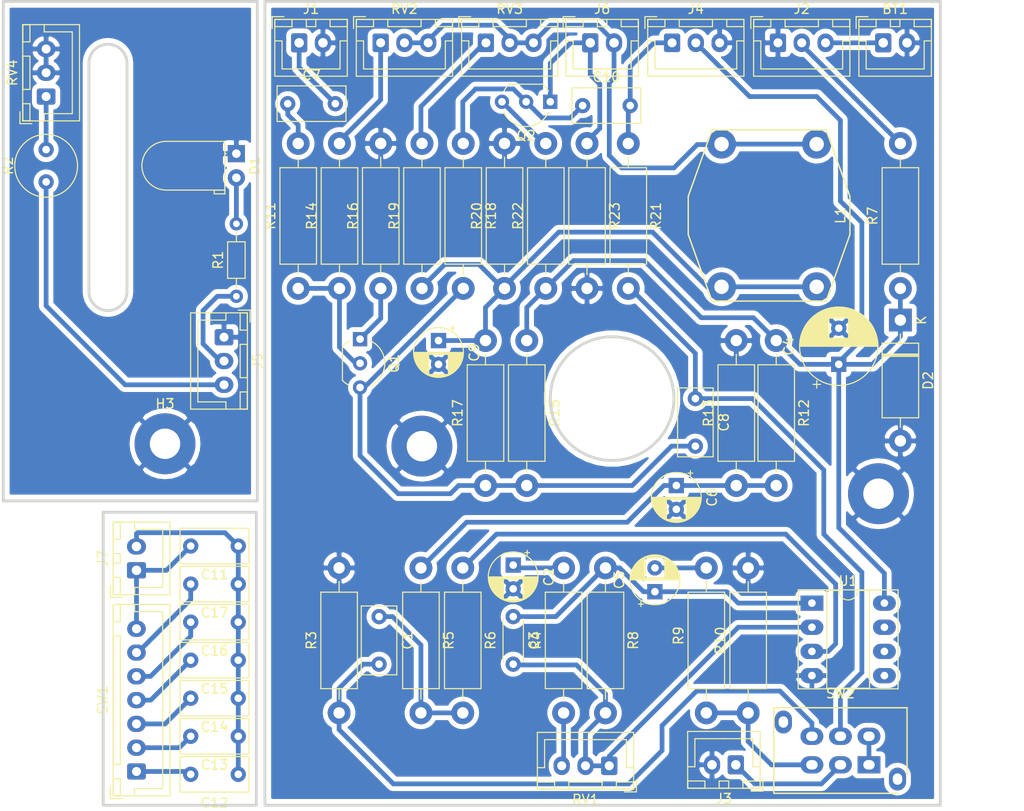
<source format=kicad_pcb>
(kicad_pcb (version 20171130) (host pcbnew "(5.1.5-0-10_14)")
  (layers (0 F.Cu signal) (31 B.Cu signal) (34 B.Paste user) (35 F.Paste user) (36 B.SilkS user) (37 F.SilkS user) (38 B.Mask user) (39 F.Mask user) (44 Edge.Cuts user))
  (net 0 "")
  (net 1 "Net-(D1-Pad2)")
  (net 2 GND)
  (net 3 /OUT)
  (net 4 /IN)
  (net 5 +9V)
  (net 6 /VBAT)
  (net 7 /BOOST_IN)
  (net 8 "Net-(C1-Pad1)")
  (net 9 "Net-(C2-Pad1)")
  (net 10 "Net-(C3-Pad2)")
  (net 11 "Net-(C3-Pad1)")
  (net 12 "Net-(C5-Pad2)")
  (net 13 /VREF)
  (net 14 "Net-(C7-Pad1)")
  (net 15 "Net-(C8-Pad2)")
  (net 16 /WAH_OUT)
  (net 17 "Net-(C9-Pad1)")
  (net 18 "Net-(C10-Pad1)")
  (net 19 /SWEEP_IN)
  (net 20 /SWEEP_OUT)
  (net 21 "Net-(C12-Pad2)")
  (net 22 "Net-(C13-Pad2)")
  (net 23 "Net-(C14-Pad2)")
  (net 24 "Net-(C15-Pad2)")
  (net 25 "Net-(C16-Pad2)")
  (net 26 "Net-(C17-Pad2)")
  (net 27 "Net-(J2-Pad2)")
  (net 28 "Net-(Q1-Pad1)")
  (net 29 "Net-(Q1-Pad2)")
  (net 30 "Net-(Q2-Pad3)")
  (net 31 "Net-(R2-Pad2)")
  (net 32 "Net-(R4-Pad1)")
  (net 33 "Net-(R6-Pad1)")
  (net 34 /BOOST_OUT)
  (net 35 "Net-(R14-Pad2)")
  (net 36 "Net-(R19-Pad2)")
  (net 37 /NO_BOOST)
  (net 38 /LDR_OUT)
  (net 39 /LDR_GND)
  (net 40 /LDR_IN)
  (net 41 /LDR_PWR)
  (net 42 /FROM_SWEEP)
  (net 43 /TO_SWEEP)
  (module Capacitor_THT:C_Disc_D4.3mm_W1.9mm_P5.00mm (layer F.Cu) (at 148.1 103.92 270)
    (fp_text reference C3 (at 2.5 -2.2 90) (layer F.SilkS))
    (fp_text value 47p)
    (pad 2 thru_hole circle (at 5 0 270) (size 1.6 1.6) (drill 0.8) (layers *.Cu *.Mask) (net 10 "Net-(C3-Pad2)"))
    (pad 1 thru_hole circle (at 0 0 270) (size 1.6 1.6) (drill 0.8) (layers *.Cu *.Mask) (net 11 "Net-(C3-Pad1)"))
  )
  (module Stompbox_Parts:SW_PUSH_DPDT_Horizontal (layer F.Cu) (at 182.5 118 180)
    (fp_text reference SW2 (at 0 6) (layer F.SilkS))
    (fp_text value SW_DPDT_x2)
    (pad "" np_thru_hole oval (at 6 3 270) (size 2.4 1.8) (drill oval 1.2 1) (layers *.Cu *.Mask))
    (pad "" np_thru_hole oval (at -6 -3 270) (size 2.4 1.8) (drill oval 1.2 1) (layers *.Cu *.Mask))
    (pad 6 thru_hole oval (at 3 1.5 180) (size 2.4 1.8) (drill oval 1.2 1) (layers *.Cu *.Mask) (net 7 /BOOST_IN))
    (pad 5 thru_hole oval (at 0 1.5 180) (size 2.4 1.8) (drill oval 1.2 1) (layers *.Cu *.Mask) (net 16 /WAH_OUT))
    (pad 4 thru_hole oval (at -3 1.5 180) (size 2.4 1.8) (drill oval 1.2 1) (layers *.Cu *.Mask) (net 37 /NO_BOOST))
    (pad 3 thru_hole oval (at 3 -1.5 180) (size 2.4 1.8) (drill oval 1.2 1) (layers *.Cu *.Mask) (net 34 /BOOST_OUT))
    (pad 2 thru_hole oval (at 0 -1.5 180) (size 2.4 1.8) (drill oval 1.2 1) (layers *.Cu *.Mask) (net 3 /OUT))
    (pad 1 thru_hole rect (at -3 -1.5 180) (size 2.4 1.8) (drill oval 1.2 1) (layers *.Cu *.Mask) (net 37 /NO_BOOST))
  )
  (module Connector_JST:JST_XH_B2B-XH-A_1x02_P2.50mm_Vertical (layer F.Cu) (at 108.5 99.05 90)
    (fp_text reference J7 (at 1.25 -3.55 90) (layer F.SilkS))
    (fp_text value SWEEP)
    (pad 2 thru_hole oval (at 2.5 0 90) (size 1.7 2) (drill 1) (layers *.Cu *.Mask) (net 20 /SWEEP_OUT))
    (pad 1 thru_hole roundrect (at 0 0 90) (size 1.7 2) (drill 1) (layers *.Cu *.Mask) (roundrect_rratio 0.147059) (net 19 /SWEEP_IN))
  )
  (module Connector_JST:JST_XH_B2B-XH-A_1x02_P2.50mm_Vertical (layer F.Cu) (at 156.2 43.6)
    (fp_text reference J6 (at 1.25 -3.55) (layer F.SilkS))
    (fp_text value TO_SWEEP)
    (pad 2 thru_hole oval (at 2.5 0) (size 1.7 2) (drill 1) (layers *.Cu *.Mask) (net 43 /TO_SWEEP))
    (pad 1 thru_hole roundrect (at 0 0) (size 1.7 2) (drill 1) (layers *.Cu *.Mask) (roundrect_rratio 0.147059) (net 42 /FROM_SWEEP))
  )
  (module Capacitor_THT:C_Rect_L7.0mm_W3.5mm_P5.00mm (layer F.Cu) (at 119.2 112.5 180)
    (fp_text reference C14 (at 2.5 -3) (layer F.SilkS))
    (fp_text value 3n9)
    (pad 2 thru_hole circle (at 5 0 180) (size 1.6 1.6) (drill 0.8) (layers *.Cu *.Mask) (net 23 "Net-(C14-Pad2)"))
    (pad 1 thru_hole circle (at 0 0 180) (size 1.6 1.6) (drill 0.8) (layers *.Cu *.Mask) (net 20 /SWEEP_OUT))
  )
  (module Connector_JST:JST_XH_B7B-XH-A_1x07_P2.50mm_Vertical (layer F.Cu) (at 108.5 120.2 90)
    (fp_text reference SW1 (at 7.5 -3.55 90) (layer F.SilkS))
    (fp_text value SW_Rotary2x6)
    (pad 7 thru_hole oval (at 15 0 90) (size 1.7 1.95) (drill 0.95) (layers *.Cu *.Mask) (net 19 /SWEEP_IN))
    (pad 6 thru_hole oval (at 12.5 0 90) (size 1.7 1.95) (drill 0.95) (layers *.Cu *.Mask) (net 26 "Net-(C17-Pad2)"))
    (pad 5 thru_hole oval (at 10 0 90) (size 1.7 1.95) (drill 0.95) (layers *.Cu *.Mask) (net 25 "Net-(C16-Pad2)"))
    (pad 4 thru_hole oval (at 7.5 0 90) (size 1.7 1.95) (drill 0.95) (layers *.Cu *.Mask) (net 24 "Net-(C15-Pad2)"))
    (pad 3 thru_hole oval (at 5 0 90) (size 1.7 1.95) (drill 0.95) (layers *.Cu *.Mask) (net 23 "Net-(C14-Pad2)"))
    (pad 2 thru_hole oval (at 2.5 0 90) (size 1.7 1.95) (drill 0.95) (layers *.Cu *.Mask) (net 22 "Net-(C13-Pad2)"))
    (pad 1 thru_hole roundrect (at 0 0 90) (size 1.7 1.95) (drill 0.95) (layers *.Cu *.Mask) (roundrect_rratio 0.147059) (net 21 "Net-(C12-Pad2)"))
  )
  (module MountingHole:MountingHole_3.2mm_M3_Pad (layer F.Cu) (at 111.5 85.75)
    (fp_text reference H3 (at 0 -4.2) (layer F.SilkS))
    (fp_text value 3mm)
    (pad 1 thru_hole circle (at 0 0) (size 6.4 6.4) (drill 3.2) (layers *.Cu *.Mask) (net 39 /LDR_GND))
  )
  (module MountingHole:MountingHole_3.2mm_M3_Pad (layer F.Cu) (at 138.5 86)
    (fp_text reference H2 hide)
    (fp_text value 3mm)
    (pad 1 thru_hole circle (at 0 0) (size 6.4 6.4) (drill 3.2) (layers *.Cu *.Mask) (net 2 GND))
  )
  (module MountingHole:MountingHole_3.2mm_M3_Pad (layer F.Cu) (at 186.5 91)
    (fp_text reference H1 hide)
    (fp_text value 3mm)
    (pad 1 thru_hole circle (at 0 0) (size 6.4 6.4) (drill 3.2) (layers *.Cu *.Mask) (net 2 GND))
  )
  (module Connector_JST:JST_XH_B3B-XH-A_1x03_P2.50mm_Vertical (layer F.Cu) (at 117.7 74.55 270)
    (fp_text reference J5 (at 2.5 -3.55 90) (layer F.SilkS))
    (fp_text value LDR)
    (pad 3 thru_hole oval (at 5 0 270) (size 1.7 1.95) (drill 0.95) (layers *.Cu *.Mask) (net 40 /LDR_IN))
    (pad 2 thru_hole oval (at 2.5 0 270) (size 1.7 1.95) (drill 0.95) (layers *.Cu *.Mask) (net 41 /LDR_PWR))
    (pad 1 thru_hole roundrect (at 0 0 270) (size 1.7 1.95) (drill 0.95) (layers *.Cu *.Mask) (roundrect_rratio 0.147059) (net 39 /LDR_GND))
  )
  (module Connector_JST:JST_XH_B3B-XH-A_1x03_P2.50mm_Vertical (layer F.Cu) (at 164.8 43.6)
    (fp_text reference J4 (at 2.5 -3.55) (layer F.SilkS))
    (fp_text value TO_LDR)
    (pad 3 thru_hole oval (at 5 0) (size 1.7 1.95) (drill 0.95) (layers *.Cu *.Mask) (net 2 GND))
    (pad 2 thru_hole oval (at 2.5 0) (size 1.7 1.95) (drill 0.95) (layers *.Cu *.Mask) (net 5 +9V))
    (pad 1 thru_hole roundrect (at 0 0) (size 1.7 1.95) (drill 0.95) (layers *.Cu *.Mask) (roundrect_rratio 0.147059) (net 38 /LDR_OUT))
  )
  (module Stompbox_Parts:Inductor_VOX_L1A (layer F.Cu) (at 175 61.75 90)
    (fp_text reference L1 (at 0 7.5 90) (layer F.SilkS))
    (fp_text value 550mH)
    (pad 2 thru_hole circle (at 7.5 5 90) (size 3.048 3.048) (drill 1.524) (layers *.Cu *.Mask) (net 43 /TO_SWEEP))
    (pad 1 thru_hole circle (at -7.5 5 90) (size 3.048 3.048) (drill 1.524) (layers *.Cu *.Mask) (net 17 "Net-(C9-Pad1)"))
    (pad 2 thru_hole circle (at 7.5 -5 90) (size 3.048 3.048) (drill 1.524) (layers *.Cu *.Mask) (net 43 /TO_SWEEP))
    (pad 1 thru_hole circle (at -7.5 -5 90) (size 3.048 3.048) (drill 1.524) (layers *.Cu *.Mask) (net 17 "Net-(C9-Pad1)"))
  )
  (module Package_DIP:DIP-8_W7.62mm_Socket_LongPads (layer F.Cu) (at 179.5 102.5)
    (fp_text reference U1 (at 3.81 -2.33) (layer F.SilkS))
    (fp_text value TL072)
    (pad 8 thru_hole oval (at 7.62 0) (size 2.4 1.6) (drill 0.8) (layers *.Cu *.Mask) (net 5 +9V))
    (pad 4 thru_hole oval (at 0 7.62) (size 2.4 1.6) (drill 0.8) (layers *.Cu *.Mask) (net 2 GND))
    (pad 7 thru_hole oval (at 7.62 2.54) (size 2.4 1.6) (drill 0.8) (layers *.Cu *.Mask))
    (pad 3 thru_hole oval (at 0 5.08) (size 2.4 1.6) (drill 0.8) (layers *.Cu *.Mask) (net 33 "Net-(R6-Pad1)"))
    (pad 6 thru_hole oval (at 7.62 5.08) (size 2.4 1.6) (drill 0.8) (layers *.Cu *.Mask))
    (pad 2 thru_hole oval (at 0 2.54) (size 2.4 1.6) (drill 0.8) (layers *.Cu *.Mask) (net 10 "Net-(C3-Pad2)"))
    (pad 5 thru_hole oval (at 7.62 7.62) (size 2.4 1.6) (drill 0.8) (layers *.Cu *.Mask))
    (pad 1 thru_hole rect (at 0 0) (size 2.4 1.6) (drill 0.8) (layers *.Cu *.Mask) (net 11 "Net-(C3-Pad1)"))
  )
  (module Package_TO_SOT_THT:TO-92_Inline_Wide (layer F.Cu) (at 152 49.8 180)
    (fp_text reference Q2 (at 2.54 -3.56) (layer F.SilkS))
    (fp_text value 2N3904)
    (pad 1 thru_hole rect (at 0 0 270) (size 1.5 1.5) (drill 0.8) (layers *.Cu *.Mask) (net 42 /FROM_SWEEP))
    (pad 3 thru_hole circle (at 5.08 0 270) (size 1.5 1.5) (drill 0.8) (layers *.Cu *.Mask) (net 30 "Net-(Q2-Pad3)"))
    (pad 2 thru_hole circle (at 2.54 0 270) (size 1.5 1.5) (drill 0.8) (layers *.Cu *.Mask) (net 18 "Net-(C10-Pad1)"))
  )
  (module Package_TO_SOT_THT:TO-92_Inline_Wide (layer F.Cu) (at 132 74.75 270)
    (fp_text reference Q1 (at 2.54 -3.56 90) (layer F.SilkS))
    (fp_text value 2N3904)
    (pad 1 thru_hole rect (at 0 0) (size 1.5 1.5) (drill 0.8) (layers *.Cu *.Mask) (net 28 "Net-(Q1-Pad1)"))
    (pad 3 thru_hole circle (at 5.08 0) (size 1.5 1.5) (drill 0.8) (layers *.Cu *.Mask) (net 15 "Net-(C8-Pad2)"))
    (pad 2 thru_hole circle (at 2.54 0) (size 1.5 1.5) (drill 0.8) (layers *.Cu *.Mask) (net 29 "Net-(Q1-Pad2)"))
  )
  (module Resistor_THT:R_Axial_DIN0204_L3.6mm_D1.6mm_P7.62mm_Horizontal (layer F.Cu) (at 119 70.25 90)
    (fp_text reference R1 (at 3.81 -1.92 90) (layer F.SilkS))
    (fp_text value 1K)
    (pad 2 thru_hole oval (at 7.62 0 90) (size 1.4 1.4) (drill 0.7) (layers *.Cu *.Mask) (net 1 "Net-(D1-Pad2)"))
    (pad 1 thru_hole circle (at 0 0 90) (size 1.4 1.4) (drill 0.7) (layers *.Cu *.Mask) (net 41 /LDR_PWR))
  )
  (module Connector_JST:JST_XH_B2B-XH-A_1x02_P2.50mm_Vertical (layer F.Cu) (at 125.6 43.6)
    (fp_text reference J1 (at 1.25 -3.55) (layer F.SilkS))
    (fp_text value IN)
    (pad 2 thru_hole oval (at 2.5 0) (size 1.7 2) (drill 1) (layers *.Cu *.Mask) (net 2 GND))
    (pad 1 thru_hole roundrect (at 0 0) (size 1.7 2) (drill 1) (layers *.Cu *.Mask) (roundrect_rratio 0.147059) (net 4 /IN))
  )
  (module Connector_JST:JST_XH_B3B-XH-A_1x03_P2.50mm_Vertical (layer F.Cu) (at 99 49.25 90)
    (fp_text reference RV4 (at 2.5 -3.55 90) (layer F.SilkS))
    (fp_text value B5k)
    (pad 3 thru_hole oval (at 5 0 90) (size 1.7 1.95) (drill 0.95) (layers *.Cu *.Mask) (net 39 /LDR_GND))
    (pad 2 thru_hole oval (at 2.5 0 90) (size 1.7 1.95) (drill 0.95) (layers *.Cu *.Mask) (net 39 /LDR_GND))
    (pad 1 thru_hole roundrect (at 0 0 90) (size 1.7 1.95) (drill 0.95) (layers *.Cu *.Mask) (roundrect_rratio 0.147059) (net 31 "Net-(R2-Pad2)"))
  )
  (module Connector_JST:JST_XH_B3B-XH-A_1x03_P2.50mm_Vertical (layer F.Cu) (at 145.233332 43.6)
    (fp_text reference RV3 (at 2.5 -3.55) (layer F.SilkS))
    (fp_text value B100k)
    (pad 3 thru_hole oval (at 5 0) (size 1.7 1.95) (drill 0.95) (layers *.Cu *.Mask) (net 43 /TO_SWEEP))
    (pad 2 thru_hole oval (at 2.5 0) (size 1.7 1.95) (drill 0.95) (layers *.Cu *.Mask) (net 43 /TO_SWEEP))
    (pad 1 thru_hole roundrect (at 0 0) (size 1.7 1.95) (drill 0.95) (layers *.Cu *.Mask) (roundrect_rratio 0.147059) (net 36 "Net-(R19-Pad2)"))
  )
  (module Connector_JST:JST_XH_B3B-XH-A_1x03_P2.50mm_Vertical (layer F.Cu) (at 134.166666 43.6)
    (fp_text reference RV2 (at 2.5 -3.55) (layer F.SilkS))
    (fp_text value B1k)
    (pad 3 thru_hole oval (at 5 0) (size 1.7 1.95) (drill 0.95) (layers *.Cu *.Mask) (net 43 /TO_SWEEP))
    (pad 2 thru_hole oval (at 2.5 0) (size 1.7 1.95) (drill 0.95) (layers *.Cu *.Mask) (net 43 /TO_SWEEP))
    (pad 1 thru_hole roundrect (at 0 0) (size 1.7 1.95) (drill 0.95) (layers *.Cu *.Mask) (roundrect_rratio 0.147059) (net 35 "Net-(R14-Pad2)"))
  )
  (module Connector_JST:JST_XH_B3B-XH-A_1x03_P2.50mm_Vertical (layer F.Cu) (at 158.2 119.6 180)
    (fp_text reference RV1 (at 2.5 -3.55) (layer F.SilkS))
    (fp_text value c500k)
    (pad 3 thru_hole oval (at 5 0 180) (size 1.7 1.95) (drill 0.95) (layers *.Cu *.Mask) (net 32 "Net-(R4-Pad1)"))
    (pad 2 thru_hole oval (at 2.5 0 180) (size 1.7 1.95) (drill 0.95) (layers *.Cu *.Mask) (net 10 "Net-(C3-Pad2)"))
    (pad 1 thru_hole roundrect (at 0 0 180) (size 1.7 1.95) (drill 0.95) (layers *.Cu *.Mask) (roundrect_rratio 0.147059) (net 10 "Net-(C3-Pad2)"))
  )
  (module Resistor_THT:R_Axial_DIN0411_L9.9mm_D3.6mm_P15.24mm_Horizontal (layer F.Cu) (at 155.8625 54.18 270)
    (fp_text reference R23 (at 7.62 -2.92 90) (layer F.SilkS))
    (fp_text value 10k)
    (pad 2 thru_hole oval (at 15.24 0 270) (size 2.4 2.4) (drill 1.2) (layers *.Cu *.Mask) (net 2 GND))
    (pad 1 thru_hole circle (at 0 0 270) (size 2.4 2.4) (drill 1.2) (layers *.Cu *.Mask) (net 42 /FROM_SWEEP))
  )
  (module Resistor_THT:R_Axial_DIN0411_L9.9mm_D3.6mm_P15.24mm_Horizontal (layer F.Cu) (at 151.525 69.42 90)
    (fp_text reference R22 (at 7.62 -2.92 90) (layer F.SilkS))
    (fp_text value 1k)
    (pad 2 thru_hole oval (at 15.24 0 90) (size 2.4 2.4) (drill 1.2) (layers *.Cu *.Mask) (net 30 "Net-(Q2-Pad3)"))
    (pad 1 thru_hole circle (at 0 0 90) (size 2.4 2.4) (drill 1.2) (layers *.Cu *.Mask) (net 5 +9V))
  )
  (module Resistor_THT:R_Axial_DIN0411_L9.9mm_D3.6mm_P15.24mm_Horizontal (layer F.Cu) (at 160.2 54.18 270)
    (fp_text reference R21 (at 7.62 -2.92 90) (layer F.SilkS))
    (fp_text value 100k)
    (pad 2 thru_hole oval (at 15.24 0 270) (size 2.4 2.4) (drill 1.2) (layers *.Cu *.Mask) (net 16 /WAH_OUT))
    (pad 1 thru_hole circle (at 0 0 270) (size 2.4 2.4) (drill 1.2) (layers *.Cu *.Mask) (net 38 /LDR_OUT))
  )
  (module Resistor_THT:R_Axial_DIN0411_L9.9mm_D3.6mm_P15.24mm_Horizontal (layer F.Cu) (at 147.1875 69.42 90)
    (fp_text reference R20 (at 7.62 -2.92 90) (layer F.SilkS))
    (fp_text value 82k)
    (pad 2 thru_hole oval (at 15.24 0 90) (size 2.4 2.4) (drill 1.2) (layers *.Cu *.Mask) (net 2 GND))
    (pad 1 thru_hole circle (at 0 0 90) (size 2.4 2.4) (drill 1.2) (layers *.Cu *.Mask) (net 17 "Net-(C9-Pad1)"))
  )
  (module Resistor_THT:R_Axial_DIN0411_L9.9mm_D3.6mm_P15.24mm_Horizontal (layer F.Cu) (at 138.5125 69.42 90)
    (fp_text reference R19 (at 7.62 -2.92 90) (layer F.SilkS))
    (fp_text value 33k)
    (pad 2 thru_hole oval (at 15.24 0 90) (size 2.4 2.4) (drill 1.2) (layers *.Cu *.Mask) (net 36 "Net-(R19-Pad2)"))
    (pad 1 thru_hole circle (at 0 0 90) (size 2.4 2.4) (drill 1.2) (layers *.Cu *.Mask) (net 17 "Net-(C9-Pad1)"))
  )
  (module Resistor_THT:R_Axial_DIN0411_L9.9mm_D3.6mm_P15.24mm_Horizontal (layer F.Cu) (at 142.85 54.18 270)
    (fp_text reference R18 (at 7.62 -2.92 90) (layer F.SilkS))
    (fp_text value 470k)
    (pad 2 thru_hole oval (at 15.24 0 270) (size 2.4 2.4) (drill 1.2) (layers *.Cu *.Mask) (net 15 "Net-(C8-Pad2)"))
    (pad 1 thru_hole circle (at 0 0 270) (size 2.4 2.4) (drill 1.2) (layers *.Cu *.Mask) (net 18 "Net-(C10-Pad1)"))
  )
  (module Resistor_THT:R_Axial_DIN0411_L9.9mm_D3.6mm_P15.24mm_Horizontal (layer F.Cu) (at 145.1875 90.14 90)
    (fp_text reference R17 (at 7.62 -2.92 90) (layer F.SilkS))
    (fp_text value 470k)
    (pad 2 thru_hole oval (at 15.24 0 90) (size 2.4 2.4) (drill 1.2) (layers *.Cu *.Mask) (net 17 "Net-(C9-Pad1)"))
    (pad 1 thru_hole circle (at 0 0 90) (size 2.4 2.4) (drill 1.2) (layers *.Cu *.Mask) (net 15 "Net-(C8-Pad2)"))
  )
  (module Resistor_THT:R_Axial_DIN0411_L9.9mm_D3.6mm_P15.24mm_Horizontal (layer F.Cu) (at 134.175 69.42 90)
    (fp_text reference R16 (at 7.62 -2.92 90) (layer F.SilkS))
    (fp_text value 470)
    (pad 2 thru_hole oval (at 15.24 0 90) (size 2.4 2.4) (drill 1.2) (layers *.Cu *.Mask) (net 2 GND))
    (pad 1 thru_hole circle (at 0 0 90) (size 2.4 2.4) (drill 1.2) (layers *.Cu *.Mask) (net 28 "Net-(Q1-Pad1)"))
  )
  (module Resistor_THT:R_Axial_DIN0411_L9.9mm_D3.6mm_P15.24mm_Horizontal (layer F.Cu) (at 149.525 74.9 270)
    (fp_text reference R15 (at 7.62 -2.92 90) (layer F.SilkS))
    (fp_text value 22k)
    (pad 2 thru_hole oval (at 15.24 0 270) (size 2.4 2.4) (drill 1.2) (layers *.Cu *.Mask) (net 15 "Net-(C8-Pad2)"))
    (pad 1 thru_hole circle (at 0 0 270) (size 2.4 2.4) (drill 1.2) (layers *.Cu *.Mask) (net 5 +9V))
  )
  (module Resistor_THT:R_Axial_DIN0411_L9.9mm_D3.6mm_P15.24mm_Horizontal (layer F.Cu) (at 129.8375 69.42 90)
    (fp_text reference R14 (at 7.62 -2.92 90) (layer F.SilkS))
    (fp_text value 1k5)
    (pad 2 thru_hole oval (at 15.24 0 90) (size 2.4 2.4) (drill 1.2) (layers *.Cu *.Mask) (net 35 "Net-(R14-Pad2)"))
    (pad 1 thru_hole circle (at 0 0 90) (size 2.4 2.4) (drill 1.2) (layers *.Cu *.Mask) (net 29 "Net-(Q1-Pad2)"))
  )
  (module Resistor_THT:R_Axial_DIN0411_L9.9mm_D3.6mm_P15.24mm_Horizontal (layer F.Cu) (at 171.55 90.14 90)
    (fp_text reference R13 (at 7.62 -2.92 90) (layer F.SilkS))
    (fp_text value 100k)
    (pad 2 thru_hole oval (at 15.24 0 90) (size 2.4 2.4) (drill 1.2) (layers *.Cu *.Mask) (net 2 GND))
    (pad 1 thru_hole circle (at 0 0 90) (size 2.4 2.4) (drill 1.2) (layers *.Cu *.Mask) (net 13 /VREF))
  )
  (module Resistor_THT:R_Axial_DIN0411_L9.9mm_D3.6mm_P15.24mm_Horizontal (layer F.Cu) (at 175.75 74.9 270)
    (fp_text reference R12 (at 7.62 -2.92 90) (layer F.SilkS))
    (fp_text value 100k)
    (pad 2 thru_hole oval (at 15.24 0 270) (size 2.4 2.4) (drill 1.2) (layers *.Cu *.Mask) (net 13 /VREF))
    (pad 1 thru_hole circle (at 0 0 270) (size 2.4 2.4) (drill 1.2) (layers *.Cu *.Mask) (net 5 +9V))
  )
  (module Resistor_THT:R_Axial_DIN0411_L9.9mm_D3.6mm_P15.24mm_Horizontal (layer F.Cu) (at 125.5 69.42 90)
    (fp_text reference R11 (at 7.62 -2.92 90) (layer F.SilkS))
    (fp_text value 47k)
    (pad 2 thru_hole oval (at 15.24 0 90) (size 2.4 2.4) (drill 1.2) (layers *.Cu *.Mask) (net 14 "Net-(C7-Pad1)"))
    (pad 1 thru_hole circle (at 0 0 90) (size 2.4 2.4) (drill 1.2) (layers *.Cu *.Mask) (net 29 "Net-(Q1-Pad2)"))
  )
  (module Resistor_THT:R_Axial_DIN0411_L9.9mm_D3.6mm_P15.24mm_Horizontal (layer F.Cu) (at 172.8 114.04 90)
    (fp_text reference R10 (at 7.62 -2.92 90) (layer F.SilkS))
    (fp_text value 10k)
    (pad 2 thru_hole oval (at 15.24 0 90) (size 2.4 2.4) (drill 1.2) (layers *.Cu *.Mask) (net 2 GND))
    (pad 1 thru_hole circle (at 0 0 90) (size 2.4 2.4) (drill 1.2) (layers *.Cu *.Mask) (net 34 /BOOST_OUT))
  )
  (module Resistor_THT:R_Axial_DIN0411_L9.9mm_D3.6mm_P15.24mm_Horizontal (layer F.Cu) (at 168.4 114.04 90)
    (fp_text reference R9 (at 8.12 -2.92 90) (layer F.SilkS))
    (fp_text value 470)
    (pad 2 thru_hole oval (at 15.24 0 90) (size 2.4 2.4) (drill 1.2) (layers *.Cu *.Mask) (net 12 "Net-(C5-Pad2)"))
    (pad 1 thru_hole circle (at 0 0 90) (size 2.4 2.4) (drill 1.2) (layers *.Cu *.Mask) (net 34 /BOOST_OUT))
  )
  (module Resistor_THT:R_Axial_DIN0411_L9.9mm_D3.6mm_P15.24mm_Horizontal (layer F.Cu) (at 157.8 98.8 270)
    (fp_text reference R8 (at 7.62 -2.92 90) (layer F.SilkS))
    (fp_text value 56k)
    (pad 2 thru_hole oval (at 15.24 0 270) (size 2.4 2.4) (drill 1.2) (layers *.Cu *.Mask) (net 10 "Net-(C3-Pad2)"))
    (pad 1 thru_hole circle (at 0 0 270) (size 2.4 2.4) (drill 1.2) (layers *.Cu *.Mask) (net 11 "Net-(C3-Pad1)"))
  )
  (module Resistor_THT:R_Axial_DIN0411_L9.9mm_D3.6mm_P15.24mm_Horizontal (layer F.Cu) (at 188.8 69.42 90)
    (fp_text reference R7 (at 7.62 -2.92 90) (layer F.SilkS))
    (fp_text value 1k)
    (pad 2 thru_hole oval (at 15.24 0 90) (size 2.4 2.4) (drill 1.2) (layers *.Cu *.Mask) (net 27 "Net-(J2-Pad2)"))
    (pad 1 thru_hole circle (at 0 0 90) (size 2.4 2.4) (drill 1.2) (layers *.Cu *.Mask) (net 5 +9V))
  )
  (module Resistor_THT:R_Axial_DIN0411_L9.9mm_D3.6mm_P15.24mm_Horizontal (layer F.Cu) (at 142.8 98.8 270)
    (fp_text reference R6 (at 7.62 -2.92 90) (layer F.SilkS))
    (fp_text value 1k)
    (pad 2 thru_hole oval (at 15.24 0 270) (size 2.4 2.4) (drill 1.2) (layers *.Cu *.Mask) (net 8 "Net-(C1-Pad1)"))
    (pad 1 thru_hole circle (at 0 0 270) (size 2.4 2.4) (drill 1.2) (layers *.Cu *.Mask) (net 33 "Net-(R6-Pad1)"))
  )
  (module Resistor_THT:R_Axial_DIN0411_L9.9mm_D3.6mm_P15.24mm_Horizontal (layer F.Cu) (at 138.4 98.8 270)
    (fp_text reference R5 (at 7.62 -2.92 90) (layer F.SilkS))
    (fp_text value 1OM)
    (pad 2 thru_hole oval (at 15.24 0 270) (size 2.4 2.4) (drill 1.2) (layers *.Cu *.Mask) (net 8 "Net-(C1-Pad1)"))
    (pad 1 thru_hole circle (at 0 0 270) (size 2.4 2.4) (drill 1.2) (layers *.Cu *.Mask) (net 13 /VREF))
  )
  (module Resistor_THT:R_Axial_DIN0411_L9.9mm_D3.6mm_P15.24mm_Horizontal (layer F.Cu) (at 153.4 114.04 90)
    (fp_text reference R4 (at 7.62 -2.92 90) (layer F.SilkS))
    (fp_text value 2k7)
    (pad 2 thru_hole oval (at 15.24 0 90) (size 2.4 2.4) (drill 1.2) (layers *.Cu *.Mask) (net 9 "Net-(C2-Pad1)"))
    (pad 1 thru_hole circle (at 0 0 90) (size 2.4 2.4) (drill 1.2) (layers *.Cu *.Mask) (net 32 "Net-(R4-Pad1)"))
  )
  (module Resistor_THT:R_Axial_DIN0411_L9.9mm_D3.6mm_P15.24mm_Horizontal (layer F.Cu) (at 129.8 114.04 90)
    (fp_text reference R3 (at 7.62 -2.92 90) (layer F.SilkS))
    (fp_text value 20M)
    (pad 2 thru_hole oval (at 15.24 0 90) (size 2.4 2.4) (drill 1.2) (layers *.Cu *.Mask) (net 2 GND))
    (pad 1 thru_hole circle (at 0 0 90) (size 2.4 2.4) (drill 1.2) (layers *.Cu *.Mask) (net 7 /BOOST_IN))
  )
  (module Connector_JST:JST_XH_B2B-XH-A_1x02_P2.50mm_Vertical (layer F.Cu) (at 171.5 119.5 180)
    (fp_text reference J3 (at 1.25 -3.55) (layer F.SilkS))
    (fp_text value OUT)
    (pad 2 thru_hole oval (at 2.5 0 180) (size 1.7 2) (drill 1) (layers *.Cu *.Mask) (net 2 GND))
    (pad 1 thru_hole roundrect (at 0 0 180) (size 1.7 2) (drill 1) (layers *.Cu *.Mask) (roundrect_rratio 0.147059) (net 3 /OUT))
  )
  (module Connector_JST:JST_XH_B3B-XH-A_1x03_P2.50mm_Vertical (layer F.Cu) (at 175.93333 43.6)
    (fp_text reference J2 (at 2.5 -3.55) (layer F.SilkS))
    (fp_text value PWR)
    (pad 3 thru_hole oval (at 5 0) (size 1.7 1.95) (drill 0.95) (layers *.Cu *.Mask) (net 6 /VBAT))
    (pad 2 thru_hole oval (at 2.5 0) (size 1.7 1.95) (drill 0.95) (layers *.Cu *.Mask) (net 27 "Net-(J2-Pad2)"))
    (pad 1 thru_hole roundrect (at 0 0) (size 1.7 1.95) (drill 0.95) (layers *.Cu *.Mask) (roundrect_rratio 0.147059) (net 2 GND))
  )
  (module Diode_THT:D_DO-15_P12.70mm_Horizontal (layer F.Cu) (at 188.8 72.75 270)
    (fp_text reference D2 (at 6.35 -2.92 90) (layer F.SilkS))
    (fp_text value 1n4001)
    (fp_text user K (at 0 -2.2 90) (layer F.SilkS))
    (pad 2 thru_hole oval (at 12.7 0 270) (size 2.4 2.4) (drill 1.2) (layers *.Cu *.Mask) (net 2 GND))
    (pad 1 thru_hole rect (at 0 0 270) (size 2.4 2.4) (drill 1.2) (layers *.Cu *.Mask) (net 5 +9V))
  )
  (module Capacitor_THT:C_Rect_L7.0mm_W3.5mm_P5.00mm (layer F.Cu) (at 119.2 100.5 180)
    (fp_text reference C17 (at 2.5 -3) (layer F.SilkS))
    (fp_text value 27n)
    (pad 2 thru_hole circle (at 5 0 180) (size 1.6 1.6) (drill 0.8) (layers *.Cu *.Mask) (net 26 "Net-(C17-Pad2)"))
    (pad 1 thru_hole circle (at 0 0 180) (size 1.6 1.6) (drill 0.8) (layers *.Cu *.Mask) (net 20 /SWEEP_OUT))
  )
  (module Capacitor_THT:C_Rect_L7.0mm_W3.5mm_P5.00mm (layer F.Cu) (at 119.2 104.5 180)
    (fp_text reference C16 (at 2.5 -3) (layer F.SilkS))
    (fp_text value 15n)
    (pad 2 thru_hole circle (at 5 0 180) (size 1.6 1.6) (drill 0.8) (layers *.Cu *.Mask) (net 25 "Net-(C16-Pad2)"))
    (pad 1 thru_hole circle (at 0 0 180) (size 1.6 1.6) (drill 0.8) (layers *.Cu *.Mask) (net 20 /SWEEP_OUT))
  )
  (module Capacitor_THT:C_Rect_L7.0mm_W3.5mm_P5.00mm (layer F.Cu) (at 119.2 108.5 180)
    (fp_text reference C15 (at 2.5 -3) (layer F.SilkS))
    (fp_text value 6n8)
    (pad 2 thru_hole circle (at 5 0 180) (size 1.6 1.6) (drill 0.8) (layers *.Cu *.Mask) (net 24 "Net-(C15-Pad2)"))
    (pad 1 thru_hole circle (at 0 0 180) (size 1.6 1.6) (drill 0.8) (layers *.Cu *.Mask) (net 20 /SWEEP_OUT))
  )
  (module Capacitor_THT:C_Rect_L7.0mm_W3.5mm_P5.00mm (layer F.Cu) (at 119.2 116.5 180)
    (fp_text reference C13 (at 2.5 -3) (layer F.SilkS))
    (fp_text value 1n8)
    (pad 2 thru_hole circle (at 5 0 180) (size 1.6 1.6) (drill 0.8) (layers *.Cu *.Mask) (net 22 "Net-(C13-Pad2)"))
    (pad 1 thru_hole circle (at 0 0 180) (size 1.6 1.6) (drill 0.8) (layers *.Cu *.Mask) (net 20 /SWEEP_OUT))
  )
  (module Capacitor_THT:C_Rect_L7.0mm_W3.5mm_P5.00mm (layer F.Cu) (at 119.2 120.5 180)
    (fp_text reference C12 (at 2.5 -3) (layer F.SilkS))
    (fp_text value 10n)
    (pad 2 thru_hole circle (at 5 0 180) (size 1.6 1.6) (drill 0.8) (layers *.Cu *.Mask) (net 21 "Net-(C12-Pad2)"))
    (pad 1 thru_hole circle (at 0 0 180) (size 1.6 1.6) (drill 0.8) (layers *.Cu *.Mask) (net 20 /SWEEP_OUT))
  )
  (module Capacitor_THT:C_Rect_L7.0mm_W3.5mm_P5.00mm (layer F.Cu) (at 119.2 96.5 180)
    (fp_text reference C11 (at 2.5 -3) (layer F.SilkS))
    (fp_text value 1n2)
    (pad 2 thru_hole circle (at 5 0 180) (size 1.6 1.6) (drill 0.8) (layers *.Cu *.Mask) (net 19 /SWEEP_IN))
    (pad 1 thru_hole circle (at 0 0 180) (size 1.6 1.6) (drill 0.8) (layers *.Cu *.Mask) (net 20 /SWEEP_OUT))
  )
  (module Capacitor_THT:C_Rect_L7.0mm_W3.5mm_P5.00mm (layer F.Cu) (at 155.4 50.2)
    (fp_text reference C10 (at 2.5 -3) (layer F.SilkS))
    (fp_text value 220n)
    (pad 2 thru_hole circle (at 5 0) (size 1.6 1.6) (drill 0.8) (layers *.Cu *.Mask) (net 38 /LDR_OUT))
    (pad 1 thru_hole circle (at 0 0) (size 1.6 1.6) (drill 0.8) (layers *.Cu *.Mask) (net 18 "Net-(C10-Pad1)"))
  )
  (module Capacitor_THT:CP_Radial_D5.0mm_P2.50mm (layer F.Cu) (at 140.25 74.9 270)
    (fp_text reference C9 (at 1.25 -3.75 90) (layer F.SilkS))
    (fp_text value 4u7)
    (pad 2 thru_hole circle (at 2.5 0 270) (size 1.6 1.6) (drill 0.8) (layers *.Cu *.Mask) (net 2 GND))
    (pad 1 thru_hole rect (at 0 0 270) (size 1.6 1.6) (drill 0.8) (layers *.Cu *.Mask) (net 17 "Net-(C9-Pad1)"))
  )
  (module Capacitor_THT:C_Rect_L7.0mm_W3.5mm_P5.00mm (layer F.Cu) (at 167.25 81 270)
    (fp_text reference C8 (at 2.5 -3 90) (layer F.SilkS))
    (fp_text value 220n)
    (pad 2 thru_hole circle (at 5 0 270) (size 1.6 1.6) (drill 0.8) (layers *.Cu *.Mask) (net 15 "Net-(C8-Pad2)"))
    (pad 1 thru_hole circle (at 0 0 270) (size 1.6 1.6) (drill 0.8) (layers *.Cu *.Mask) (net 16 /WAH_OUT))
  )
  (module Capacitor_THT:C_Rect_L7.0mm_W3.5mm_P5.00mm (layer F.Cu) (at 124.4 50)
    (fp_text reference C7 (at 2.5 -3) (layer F.SilkS))
    (fp_text value 10n)
    (pad 2 thru_hole circle (at 5 0) (size 1.6 1.6) (drill 0.8) (layers *.Cu *.Mask) (net 4 /IN))
    (pad 1 thru_hole circle (at 0 0) (size 1.6 1.6) (drill 0.8) (layers *.Cu *.Mask) (net 14 "Net-(C7-Pad1)"))
  )
  (module Capacitor_THT:CP_Radial_D5.0mm_P2.50mm (layer F.Cu) (at 165.25 90.14 270)
    (fp_text reference C6 (at 1.25 -3.75 90) (layer F.SilkS))
    (fp_text value 1u)
    (pad 2 thru_hole circle (at 2.5 0 270) (size 1.6 1.6) (drill 0.8) (layers *.Cu *.Mask) (net 2 GND))
    (pad 1 thru_hole rect (at 0 0 270) (size 1.6 1.6) (drill 0.8) (layers *.Cu *.Mask) (net 13 /VREF))
  )
  (module Capacitor_THT:CP_Radial_D5.0mm_P2.50mm (layer F.Cu) (at 163 101.3 90)
    (fp_text reference C5 (at 1.25 -3.75 90) (layer F.SilkS))
    (fp_text value 22u)
    (pad 2 thru_hole circle (at 2.5 0 90) (size 1.6 1.6) (drill 0.8) (layers *.Cu *.Mask) (net 12 "Net-(C5-Pad2)"))
    (pad 1 thru_hole rect (at 0 0 90) (size 1.6 1.6) (drill 0.8) (layers *.Cu *.Mask) (net 11 "Net-(C3-Pad1)"))
  )
  (module Capacitor_THT:CP_Radial_D8.0mm_P3.80mm (layer F.Cu) (at 182.325 77.4 90)
    (fp_text reference C4 (at 1.9 -5.25 90) (layer F.SilkS))
    (fp_text value 100u)
    (pad 2 thru_hole circle (at 3.8 0 90) (size 1.6 1.6) (drill 0.8) (layers *.Cu *.Mask) (net 2 GND))
    (pad 1 thru_hole rect (at 0 0 90) (size 1.6 1.6) (drill 0.8) (layers *.Cu *.Mask) (net 5 +9V))
  )
  (module Capacitor_THT:CP_Radial_D5.0mm_P2.50mm (layer F.Cu) (at 148.1 98.5 270)
    (fp_text reference C2 (at 1.25 -3.75 90) (layer F.SilkS))
    (fp_text value 4u7)
    (pad 2 thru_hole circle (at 2.5 0 270) (size 1.6 1.6) (drill 0.8) (layers *.Cu *.Mask) (net 2 GND))
    (pad 1 thru_hole rect (at 0 0 270) (size 1.6 1.6) (drill 0.8) (layers *.Cu *.Mask) (net 9 "Net-(C2-Pad1)"))
  )
  (module Capacitor_THT:C_Rect_L7.0mm_W3.5mm_P5.00mm (layer F.Cu) (at 134 103.92 270)
    (fp_text reference C1 (at 2.5 -3 90) (layer F.SilkS))
    (fp_text value 100n)
    (pad 2 thru_hole circle (at 5 0 270) (size 1.6 1.6) (drill 0.8) (layers *.Cu *.Mask) (net 7 /BOOST_IN))
    (pad 1 thru_hole circle (at 0 0 270) (size 1.6 1.6) (drill 0.8) (layers *.Cu *.Mask) (net 8 "Net-(C1-Pad1)"))
  )
  (module Connector_JST:JST_XH_B2B-XH-A_1x02_P2.50mm_Vertical (layer F.Cu) (at 187 43.6)
    (fp_text reference BT1 (at 1.25 -3.55) (layer F.SilkS))
    (fp_text value BATT)
    (pad 2 thru_hole oval (at 2.5 0) (size 1.7 2) (drill 1) (layers *.Cu *.Mask) (net 2 GND))
    (pad 1 thru_hole roundrect (at 0 0) (size 1.7 2) (drill 1) (layers *.Cu *.Mask) (roundrect_rratio 0.147059) (net 6 /VBAT))
  )
  (module OptoDevice:R_LDR_D6.4mm_P3.4mm_Vertical (layer F.Cu) (at 99 58.225 90)
    (fp_text reference R2 (at 1.7 -4 90) (layer F.SilkS))
    (fp_text value A1050)
    (pad 2 thru_hole circle (at 3.4 0 90) (size 1.6 1.6) (drill 0.8) (layers *.Cu *.Mask) (net 31 "Net-(R2-Pad2)"))
    (pad 1 thru_hole circle (at 0 0 90) (size 1.6 1.6) (drill 0.8) (layers *.Cu *.Mask) (net 40 /LDR_IN))
  )
  (module LED_THT:LED_D5.0mm_Horizontal_O1.27mm_Z3.0mm (layer F.Cu) (at 119 55.25 270)
    (fp_text reference D1 (at 1.27 -1.96 90) (layer F.SilkS))
    (fp_text value LED)
    (pad 2 thru_hole circle (at 2.54 0 270) (size 1.8 1.8) (drill 0.9) (layers *.Cu *.Mask) (net 1 "Net-(D1-Pad2)"))
    (pad 1 thru_hole rect (at 0 0 270) (size 1.8 1.8) (drill 0.9) (layers *.Cu *.Mask) (net 39 /LDR_GND))
  )
  (gr_line (start 121.1 123.75) (end 105 123.75) (layer Edge.Cuts) (width 0.3))
  (gr_line (start 121.1 92.95) (end 121.1 123.75) (layer Edge.Cuts) (width 0.3))
  (gr_line (start 105 92.95) (end 121.1 92.95) (layer Edge.Cuts) (width 0.3))
  (gr_line (start 105 123.75) (end 105 92.95) (layer Edge.Cuts) (width 0.3))
  (gr_line (start 121.2 91.75) (end 94.5 91.75) (layer Edge.Cuts) (width 0.3))
  (gr_arc (start 105.5 69.75) (end 103.5 69.75) (angle -180) (layer Edge.Cuts) (width 0.3))
  (gr_arc (start 105.5 45.75) (end 107.5 45.75) (angle -180) (layer Edge.Cuts) (width 0.3))
  (gr_line (start 122 39.25) (end 193 39.25) (layer Edge.Cuts) (width 0.3))
  (gr_circle (center 158.5 81) (end 165 81) (layer Edge.Cuts) (width 0.3))
  (gr_line (start 193 123.75) (end 193 39.25) (layer Edge.Cuts) (width 0.3))
  (gr_line (start 122 123.75) (end 193 123.75) (layer Edge.Cuts) (width 0.3))
  (gr_line (start 122 39.25) (end 122 123.75) (layer Edge.Cuts) (width 0.3))
  (gr_line (start 121.2 39.25) (end 94.5 39.25) (layer Edge.Cuts) (width 0.3))
  (gr_line (start 94.5 91.75) (end 94.5 39.25) (layer Edge.Cuts) (width 0.3))
  (gr_line (start 103.5 45.75) (end 103.5 69.75) (layer Edge.Cuts) (width 0.3))
  (gr_line (start 121.2 39.25) (end 121.2 91.75) (layer Edge.Cuts) (width 0.3))
  (gr_line (start 107.5 69.75) (end 107.5 45.75) (layer Edge.Cuts) (width 0.3))
  (segment (start 119 62.63) (end 119 57.79) (width 0.5) (layer B.Cu) (net 1))
  (segment (start 180.5 121.5) (end 181 121) (width 0.5) (layer B.Cu) (net 3))
  (segment (start 181 121) (end 182.5 119.5) (width 0.5) (layer B.Cu) (net 3))
  (segment (start 173.5 121.5) (end 180.5 121.5) (width 0.5) (layer B.Cu) (net 3))
  (segment (start 171.5 119.5) (end 173.5 121.5) (width 0.5) (layer B.Cu) (net 3))
  (segment (start 125.6 46.2) (end 129.4 50) (width 0.5) (layer B.Cu) (net 4))
  (segment (start 125.6 43.6) (end 125.6 46.2) (width 0.5) (layer B.Cu) (net 4))
  (segment (start 149.525 71.42) (end 149.525 74.9) (width 0.5) (layer B.Cu) (net 5))
  (segment (start 151.525 69.42) (end 149.525 71.42) (width 0.5) (layer B.Cu) (net 5))
  (segment (start 167.875 72.5) (end 173.35 72.5) (width 0.5) (layer B.Cu) (net 5))
  (segment (start 161.875 66.5) (end 167.875 72.5) (width 0.5) (layer B.Cu) (net 5))
  (segment (start 173.35 72.5) (end 175.75 74.9) (width 0.5) (layer B.Cu) (net 5))
  (segment (start 154.445 66.5) (end 161.875 66.5) (width 0.5) (layer B.Cu) (net 5))
  (segment (start 151.525 69.42) (end 154.445 66.5) (width 0.5) (layer B.Cu) (net 5))
  (segment (start 178.25 77.4) (end 175.75 74.9) (width 0.5) (layer B.Cu) (net 5))
  (segment (start 182.325 77.4) (end 178.25 77.4) (width 0.5) (layer B.Cu) (net 5))
  (segment (start 188.8 74.45) (end 188.8 72.75) (width 0.5) (layer B.Cu) (net 5))
  (segment (start 185.85 77.4) (end 188.8 74.45) (width 0.5) (layer B.Cu) (net 5))
  (segment (start 182.325 77.4) (end 185.85 77.4) (width 0.5) (layer B.Cu) (net 5))
  (segment (start 188.8 69.42) (end 188.8 72.75) (width 0.5) (layer B.Cu) (net 5))
  (segment (start 182.325 94.575) (end 182.325 77.4) (width 0.5) (layer B.Cu) (net 5))
  (segment (start 187.12 99.37) (end 182.325 94.575) (width 0.5) (layer B.Cu) (net 5))
  (segment (start 187.12 102.5) (end 187.12 99.37) (width 0.5) (layer B.Cu) (net 5))
  (segment (start 182.325 77.175) (end 182.325 77.4) (width 0.5) (layer B.Cu) (net 5))
  (segment (start 184.75 74.75) (end 182.325 77.175) (width 0.5) (layer B.Cu) (net 5))
  (segment (start 180 49.25) (end 182.5 51.75) (width 0.5) (layer B.Cu) (net 5))
  (segment (start 182.5 51.75) (end 182.5 60.25) (width 0.5) (layer B.Cu) (net 5))
  (segment (start 182.5 60.25) (end 184.75 62.5) (width 0.5) (layer B.Cu) (net 5))
  (segment (start 172.95 49.25) (end 180 49.25) (width 0.5) (layer B.Cu) (net 5))
  (segment (start 184.75 62.5) (end 184.75 74.75) (width 0.5) (layer B.Cu) (net 5))
  (segment (start 167.3 43.6) (end 172.95 49.25) (width 0.5) (layer B.Cu) (net 5))
  (segment (start 180.93333 43.6) (end 187 43.6) (width 0.5) (layer B.Cu) (net 6))
  (segment (start 132.33 108.92) (end 134 108.92) (width 0.5) (layer B.Cu) (net 7))
  (segment (start 129.8 111.45) (end 132.33 108.92) (width 0.5) (layer B.Cu) (net 7))
  (segment (start 129.8 114.04) (end 129.8 111.45) (width 0.5) (layer B.Cu) (net 7))
  (segment (start 176.15 111.75) (end 179.5 115.1) (width 0.5) (layer B.Cu) (net 7))
  (segment (start 179.5 115.1) (end 179.5 116.5) (width 0.5) (layer B.Cu) (net 7))
  (segment (start 167.375 111.75) (end 176.15 111.75) (width 0.5) (layer B.Cu) (net 7))
  (segment (start 163.75 115.375) (end 167.375 111.75) (width 0.5) (layer B.Cu) (net 7))
  (segment (start 160.25 121.5) (end 163.75 118) (width 0.5) (layer B.Cu) (net 7))
  (segment (start 135.5 121.5) (end 160.25 121.5) (width 0.5) (layer B.Cu) (net 7))
  (segment (start 163.75 118) (end 163.75 115.375) (width 0.5) (layer B.Cu) (net 7))
  (segment (start 129.8 115.8) (end 135.5 121.5) (width 0.5) (layer B.Cu) (net 7))
  (segment (start 129.8 114.04) (end 129.8 115.8) (width 0.5) (layer B.Cu) (net 7))
  (segment (start 138.4 114.04) (end 142.8 114.04) (width 0.5) (layer B.Cu) (net 8))
  (segment (start 138.4 112.342944) (end 138.4 114.04) (width 0.5) (layer B.Cu) (net 8))
  (segment (start 138.4 106.9) (end 138.4 112.342944) (width 0.5) (layer B.Cu) (net 8))
  (segment (start 135.42 103.92) (end 138.4 106.9) (width 0.5) (layer B.Cu) (net 8))
  (segment (start 134 103.92) (end 135.42 103.92) (width 0.5) (layer B.Cu) (net 8))
  (segment (start 148.4 98.8) (end 148.1 98.5) (width 0.5) (layer B.Cu) (net 9))
  (segment (start 153.4 98.8) (end 148.4 98.8) (width 0.5) (layer B.Cu) (net 9))
  (segment (start 155.7 116.14) (end 157.8 114.04) (width 0.5) (layer B.Cu) (net 10))
  (segment (start 155.7 119.6) (end 155.7 116.14) (width 0.5) (layer B.Cu) (net 10))
  (segment (start 155.7 119.6) (end 158.2 119.6) (width 0.5) (layer B.Cu) (net 10))
  (segment (start 171.757906 105.04) (end 179.5 105.04) (width 0.5) (layer B.Cu) (net 10))
  (segment (start 158.2 118.597906) (end 171.757906 105.04) (width 0.5) (layer B.Cu) (net 10))
  (segment (start 158.2 119.6) (end 158.2 118.597906) (width 0.5) (layer B.Cu) (net 10))
  (segment (start 157.8 112.05) (end 157.8 114.04) (width 0.5) (layer B.Cu) (net 10))
  (segment (start 154.75 109) (end 157.8 112.05) (width 0.5) (layer B.Cu) (net 10))
  (segment (start 148.18 109) (end 154.75 109) (width 0.5) (layer B.Cu) (net 10))
  (segment (start 148.1 108.92) (end 148.18 109) (width 0.5) (layer B.Cu) (net 10))
  (segment (start 157.7 98.8) (end 157.8 98.8) (width 0.5) (layer B.Cu) (net 11))
  (segment (start 152.58 103.92) (end 157.7 98.8) (width 0.5) (layer B.Cu) (net 11))
  (segment (start 148.1 103.92) (end 152.58 103.92) (width 0.5) (layer B.Cu) (net 11))
  (segment (start 171.75 102.5) (end 179.5 102.5) (width 0.5) (layer B.Cu) (net 11))
  (segment (start 170.55 101.3) (end 171.75 102.5) (width 0.5) (layer B.Cu) (net 11))
  (segment (start 163 101.3) (end 170.55 101.3) (width 0.5) (layer B.Cu) (net 11))
  (segment (start 161.8 101.3) (end 163 101.3) (width 0.5) (layer B.Cu) (net 11))
  (segment (start 159.3 98.8) (end 161.8 101.3) (width 0.5) (layer B.Cu) (net 11))
  (segment (start 157.8 98.8) (end 159.3 98.8) (width 0.5) (layer B.Cu) (net 11))
  (segment (start 163 98.8) (end 168.4 98.8) (width 0.5) (layer B.Cu) (net 12))
  (segment (start 165.25 90.14) (end 170.8 90.14) (width 0.5) (layer B.Cu) (net 13))
  (segment (start 170.8 90.14) (end 175 90.14) (width 0.5) (layer B.Cu) (net 13))
  (segment (start 143.2 94) (end 138.4 98.8) (width 0.5) (layer B.Cu) (net 13))
  (segment (start 160.09 94) (end 143.2 94) (width 0.5) (layer B.Cu) (net 13))
  (segment (start 163.95 90.14) (end 160.09 94) (width 0.5) (layer B.Cu) (net 13))
  (segment (start 165.25 90.14) (end 163.95 90.14) (width 0.5) (layer B.Cu) (net 13))
  (segment (start 125.5 52.25) (end 125.5 54.18) (width 0.5) (layer B.Cu) (net 14))
  (segment (start 124.4 51.15) (end 125.5 52.25) (width 0.5) (layer B.Cu) (net 14))
  (segment (start 124.4 50) (end 124.4 51.15) (width 0.5) (layer B.Cu) (net 14))
  (segment (start 142.83 69.42) (end 142.85 69.42) (width 0.5) (layer B.Cu) (net 15))
  (segment (start 132.44 79.83) (end 132 79.83) (width 0.5) (layer B.Cu) (net 15))
  (segment (start 142.85 69.42) (end 132.44 79.83) (width 0.5) (layer B.Cu) (net 15))
  (segment (start 164.75 86) (end 167.25 86) (width 0.5) (layer B.Cu) (net 15))
  (segment (start 160.61 90.14) (end 164.75 86) (width 0.5) (layer B.Cu) (net 15))
  (segment (start 141.5 91) (end 142.36 90.14) (width 0.5) (layer B.Cu) (net 15))
  (segment (start 142.36 90.14) (end 160.61 90.14) (width 0.5) (layer B.Cu) (net 15))
  (segment (start 136 91) (end 141.5 91) (width 0.5) (layer B.Cu) (net 15))
  (segment (start 132 87) (end 136 91) (width 0.5) (layer B.Cu) (net 15))
  (segment (start 132 79.83) (end 132 87) (width 0.5) (layer B.Cu) (net 15))
  (segment (start 160.42 69.42) (end 160.2 69.42) (width 0.5) (layer B.Cu) (net 16))
  (segment (start 167.25 76.25) (end 160.42 69.42) (width 0.5) (layer B.Cu) (net 16))
  (segment (start 167.25 81) (end 167.25 76.25) (width 0.5) (layer B.Cu) (net 16))
  (segment (start 173.25 81) (end 167.25 81) (width 0.5) (layer B.Cu) (net 16))
  (segment (start 180.75 88.5) (end 173.25 81) (width 0.5) (layer B.Cu) (net 16))
  (segment (start 180.75 95.25) (end 180.75 88.5) (width 0.5) (layer B.Cu) (net 16))
  (segment (start 184.75 99.25) (end 180.75 95.25) (width 0.5) (layer B.Cu) (net 16))
  (segment (start 184.75 109.8) (end 184.75 99.25) (width 0.5) (layer B.Cu) (net 16))
  (segment (start 182.5 112.05) (end 184.75 109.8) (width 0.5) (layer B.Cu) (net 16))
  (segment (start 182.5 116.5) (end 182.5 112.05) (width 0.5) (layer B.Cu) (net 16))
  (segment (start 170 69.25) (end 180 69.25) (width 0.5) (layer B.Cu) (net 17))
  (segment (start 168.5 69.25) (end 170 69.25) (width 0.5) (layer B.Cu) (net 17))
  (segment (start 152.9 63.5) (end 162.75 63.5) (width 0.5) (layer B.Cu) (net 17))
  (segment (start 147 69.4) (end 152.9 63.5) (width 0.5) (layer B.Cu) (net 17))
  (segment (start 144.5 66.9) (end 147 69.4) (width 0.5) (layer B.Cu) (net 17))
  (segment (start 140.9 66.9) (end 144.5 66.9) (width 0.5) (layer B.Cu) (net 17))
  (segment (start 162.75 63.5) (end 168.5 69.25) (width 0.5) (layer B.Cu) (net 17))
  (segment (start 138.4 69.4) (end 140.9 66.9) (width 0.5) (layer B.Cu) (net 17))
  (segment (start 138.44 69.44) (end 138.4 69.4) (width 0.5) (layer B.Cu) (net 17))
  (segment (start 140.25 74.9) (end 145.1875 74.9) (width 0.5) (layer B.Cu) (net 17))
  (segment (start 145.1875 71.42) (end 145.1875 74.9) (width 0.5) (layer B.Cu) (net 17))
  (segment (start 147.1875 69.42) (end 145.1875 71.42) (width 0.5) (layer B.Cu) (net 17))
  (segment (start 154.600001 50.999999) (end 155.4 50.2) (width 0.5) (layer B.Cu) (net 18))
  (segment (start 154.1 51.5) (end 154.600001 50.999999) (width 0.5) (layer B.Cu) (net 18))
  (segment (start 151.16 51.5) (end 154.1 51.5) (width 0.5) (layer B.Cu) (net 18))
  (segment (start 149.46 49.8) (end 151.16 51.5) (width 0.5) (layer B.Cu) (net 18))
  (segment (start 142.8 52.502944) (end 142.8 54.2) (width 0.5) (layer B.Cu) (net 18))
  (segment (start 142.8 49.8) (end 142.8 52.502944) (width 0.5) (layer B.Cu) (net 18))
  (segment (start 144.150001 48.449999) (end 142.8 49.8) (width 0.5) (layer B.Cu) (net 18))
  (segment (start 148.109999 48.449999) (end 144.150001 48.449999) (width 0.5) (layer B.Cu) (net 18))
  (segment (start 149.46 49.8) (end 148.109999 48.449999) (width 0.5) (layer B.Cu) (net 18))
  (segment (start 108.5 102.2) (end 108.5 99.05) (width 0.5) (layer B.Cu) (net 19))
  (segment (start 108.5 105.2) (end 108.5 102.2) (width 0.5) (layer B.Cu) (net 19))
  (segment (start 111.65 99.05) (end 114.2 96.5) (width 0.5) (layer B.Cu) (net 19))
  (segment (start 108.5 99.05) (end 111.65 99.05) (width 0.5) (layer B.Cu) (net 19))
  (segment (start 119.2 120.5) (end 119.2 96.5) (width 0.5) (layer B.Cu) (net 20))
  (segment (start 108.5 95.2) (end 108.5 96.55) (width 0.5) (layer B.Cu) (net 20))
  (segment (start 108.600001 95.099999) (end 108.5 95.2) (width 0.5) (layer B.Cu) (net 20))
  (segment (start 117.799999 95.099999) (end 108.600001 95.099999) (width 0.5) (layer B.Cu) (net 20))
  (segment (start 119.2 96.5) (end 117.799999 95.099999) (width 0.5) (layer B.Cu) (net 20))
  (segment (start 113.9 120.2) (end 114.2 120.5) (width 0.5) (layer B.Cu) (net 21))
  (segment (start 108.5 120.2) (end 113.9 120.2) (width 0.5) (layer B.Cu) (net 21))
  (segment (start 113 117.7) (end 114.2 116.5) (width 0.5) (layer B.Cu) (net 22))
  (segment (start 108.5 117.7) (end 113 117.7) (width 0.5) (layer B.Cu) (net 22))
  (segment (start 111.5 115.2) (end 114.2 112.5) (width 0.5) (layer B.Cu) (net 23))
  (segment (start 108.5 115.2) (end 111.5 115.2) (width 0.5) (layer B.Cu) (net 23))
  (segment (start 110 112.7) (end 114.2 108.5) (width 0.5) (layer B.Cu) (net 24))
  (segment (start 108.5 112.7) (end 110 112.7) (width 0.5) (layer B.Cu) (net 24))
  (segment (start 114.2 105.975) (end 114.2 105.63137) (width 0.5) (layer B.Cu) (net 25))
  (segment (start 109.975 110.2) (end 114.2 105.975) (width 0.5) (layer B.Cu) (net 25))
  (segment (start 114.2 105.63137) (end 114.2 104.5) (width 0.5) (layer B.Cu) (net 25))
  (segment (start 108.5 110.2) (end 109.975 110.2) (width 0.5) (layer B.Cu) (net 25))
  (segment (start 114.2 101.63137) (end 114.2 100.5) (width 0.5) (layer B.Cu) (net 26))
  (segment (start 114.2 102.125) (end 114.2 101.63137) (width 0.5) (layer B.Cu) (net 26))
  (segment (start 108.625 107.7) (end 114.2 102.125) (width 0.5) (layer B.Cu) (net 26))
  (segment (start 108.5 107.7) (end 108.625 107.7) (width 0.5) (layer B.Cu) (net 26))
  (segment (start 178.43333 43.81333) (end 188.8 54.18) (width 0.5) (layer B.Cu) (net 27))
  (segment (start 178.43333 43.6) (end 178.43333 43.81333) (width 0.5) (layer B.Cu) (net 27))
  (segment (start 134.175 72.575) (end 134.175 69.42) (width 0.5) (layer B.Cu) (net 28))
  (segment (start 132 74.75) (end 134.175 72.575) (width 0.5) (layer B.Cu) (net 28))
  (segment (start 125.5 69.42) (end 129.8375 69.42) (width 0.5) (layer B.Cu) (net 29))
  (segment (start 131.54 77.29) (end 132 77.29) (width 0.5) (layer B.Cu) (net 29))
  (segment (start 129.8375 75.5875) (end 131.54 77.29) (width 0.5) (layer B.Cu) (net 29))
  (segment (start 129.8375 69.42) (end 129.8375 75.5875) (width 0.5) (layer B.Cu) (net 29))
  (segment (start 151.2 54.08) (end 151.2 54.16) (width 0.5) (layer B.Cu) (net 30))
  (segment (start 146.92 49.8) (end 151.2 54.08) (width 0.5) (layer B.Cu) (net 30))
  (segment (start 99 49.25) (end 99 54.825) (width 0.5) (layer B.Cu) (net 31))
  (segment (start 153.4 119.4) (end 153.2 119.6) (width 0.5) (layer B.Cu) (net 32))
  (segment (start 153.4 114.04) (end 153.4 119.4) (width 0.5) (layer B.Cu) (net 32))
  (segment (start 181.2 107.58) (end 179.5 107.58) (width 0.5) (layer B.Cu) (net 33))
  (segment (start 142.8 98.8) (end 146.35 95.25) (width 0.5) (layer B.Cu) (net 33))
  (segment (start 182 106.78) (end 181.2 107.58) (width 0.5) (layer B.Cu) (net 33))
  (segment (start 182 100.5) (end 182 106.78) (width 0.5) (layer B.Cu) (net 33))
  (segment (start 176.75 95.25) (end 182 100.5) (width 0.5) (layer B.Cu) (net 33))
  (segment (start 146.35 95.25) (end 176.75 95.25) (width 0.5) (layer B.Cu) (net 33))
  (segment (start 168.4 114.04) (end 172.8 114.04) (width 0.5) (layer B.Cu) (net 34))
  (segment (start 172.8 117.05) (end 175.25 119.5) (width 0.5) (layer B.Cu) (net 34))
  (segment (start 175.25 119.5) (end 179.5 119.5) (width 0.5) (layer B.Cu) (net 34))
  (segment (start 172.8 114.04) (end 172.8 117.05) (width 0.5) (layer B.Cu) (net 34))
  (segment (start 134.166666 49.593334) (end 134.166666 43.6) (width 0.5) (layer B.Cu) (net 35))
  (segment (start 129.6 54.16) (end 134.166666 49.593334) (width 0.5) (layer B.Cu) (net 35))
  (segment (start 138.4 50.3) (end 138.4 54.16) (width 0.5) (layer B.Cu) (net 36))
  (segment (start 145.1 43.6) (end 138.4 50.3) (width 0.5) (layer B.Cu) (net 36))
  (segment (start 145.233332 43.6) (end 145.1 43.6) (width 0.5) (layer B.Cu) (net 36))
  (segment (start 185.5 116.5) (end 185.5 119.5) (width 0.5) (layer B.Cu) (net 37))
  (segment (start 160.2 50.4) (end 160.4 50.2) (width 0.5) (layer B.Cu) (net 38))
  (segment (start 160.2 54.2) (end 160.2 50.4) (width 0.5) (layer B.Cu) (net 38))
  (segment (start 162.9 43.6) (end 164.8 43.6) (width 0.5) (layer B.Cu) (net 38))
  (segment (start 160.4 46.1) (end 162.9 43.6) (width 0.5) (layer B.Cu) (net 38))
  (segment (start 160.4 50.2) (end 160.4 46.1) (width 0.5) (layer B.Cu) (net 38))
  (segment (start 116.225 79.55) (end 117.7 79.55) (width 0.5) (layer B.Cu) (net 40))
  (segment (start 107.3 79.55) (end 116.225 79.55) (width 0.5) (layer B.Cu) (net 40))
  (segment (start 99 71.25) (end 107.3 79.55) (width 0.5) (layer B.Cu) (net 40))
  (segment (start 99 58.225) (end 99 71.25) (width 0.5) (layer B.Cu) (net 40))
  (segment (start 117.3 77.05) (end 117.7 77.05) (width 0.5) (layer B.Cu) (net 41))
  (segment (start 115.5 75.25) (end 117.3 77.05) (width 0.5) (layer B.Cu) (net 41))
  (segment (start 115.5 71.75) (end 115.5 75.25) (width 0.5) (layer B.Cu) (net 41))
  (segment (start 117 70.25) (end 115.5 71.75) (width 0.5) (layer B.Cu) (net 41))
  (segment (start 119 70.25) (end 117 70.25) (width 0.5) (layer B.Cu) (net 41))
  (segment (start 152 45.75) (end 152 48.55) (width 0.5) (layer B.Cu) (net 42))
  (segment (start 154.15 43.6) (end 152 45.75) (width 0.5) (layer B.Cu) (net 42))
  (segment (start 152 48.55) (end 152 49.8) (width 0.5) (layer B.Cu) (net 42))
  (segment (start 156.2 43.6) (end 154.15 43.6) (width 0.5) (layer B.Cu) (net 42))
  (segment (start 156.799999 53.000001) (end 155.6 54.2) (width 0.5) (layer B.Cu) (net 42))
  (segment (start 157.2 47.95) (end 157.2 52.6) (width 0.5) (layer B.Cu) (net 42))
  (segment (start 157.2 52.6) (end 156.799999 53.000001) (width 0.5) (layer B.Cu) (net 42))
  (segment (start 156.2 46.95) (end 157.2 47.95) (width 0.5) (layer B.Cu) (net 42))
  (segment (start 156.2 43.6) (end 156.2 46.95) (width 0.5) (layer B.Cu) (net 42))
  (segment (start 136.666666 43.6) (end 139.166666 43.6) (width 0.5) (layer B.Cu) (net 43))
  (segment (start 147.733332 43.6) (end 150.233332 43.6) (width 0.5) (layer B.Cu) (net 43))
  (segment (start 147.733332 43.233332) (end 147.733332 43.6) (width 0.5) (layer B.Cu) (net 43))
  (segment (start 146.25 41.75) (end 147.733332 43.233332) (width 0.5) (layer B.Cu) (net 43))
  (segment (start 140.75 41.75) (end 146.25 41.75) (width 0.5) (layer B.Cu) (net 43))
  (segment (start 139.166666 43.333334) (end 140.75 41.75) (width 0.5) (layer B.Cu) (net 43))
  (segment (start 139.166666 43.6) (end 139.166666 43.333334) (width 0.5) (layer B.Cu) (net 43))
  (segment (start 157 41.75) (end 158.7 43.45) (width 0.5) (layer B.Cu) (net 43))
  (segment (start 152 41.75) (end 157 41.75) (width 0.5) (layer B.Cu) (net 43))
  (segment (start 150.233332 43.516668) (end 152 41.75) (width 0.5) (layer B.Cu) (net 43))
  (segment (start 158.7 43.45) (end 158.7 43.6) (width 0.5) (layer B.Cu) (net 43))
  (segment (start 150.233332 43.6) (end 150.233332 43.516668) (width 0.5) (layer B.Cu) (net 43))
  (segment (start 172.155261 54.25) (end 180 54.25) (width 0.5) (layer B.Cu) (net 43))
  (segment (start 170 54.25) (end 172.155261 54.25) (width 0.5) (layer B.Cu) (net 43))
  (segment (start 167.45 54.3) (end 170.2 54.3) (width 0.5) (layer B.Cu) (net 43))
  (segment (start 159.5 56.75) (end 165 56.75) (width 0.5) (layer B.Cu) (net 43))
  (segment (start 165 56.75) (end 167.45 54.3) (width 0.5) (layer B.Cu) (net 43))
  (segment (start 158.2 47.8) (end 158.2 55.45) (width 0.5) (layer B.Cu) (net 43))
  (segment (start 158.2 55.45) (end 159.5 56.75) (width 0.5) (layer B.Cu) (net 43))
  (segment (start 158.7 47.3) (end 158.2 47.8) (width 0.5) (layer B.Cu) (net 43))
  (segment (start 158.7 43.6) (end 158.7 47.3) (width 0.5) (layer B.Cu) (net 43))
  (zone (net 39) (net_name /LDR_GND) (layer B.Cu) (connect_pads (clearance 0.508)) (min_thickness 0.254) (fill yes (arc_segments 32) (thermal_gap 0.508) (thermal_bridge_width 0.508))
    (polygon (pts (xy 121.2 91.75) (xy 94.5 91.75) (xy 94.5 39.25) (xy 121.2 39.25)))
  )
  (zone (net 2) (net_name GND) (layer B.Cu) (connect_pads (clearance 0.508)) (min_thickness 0.254) (fill yes (arc_segments 32) (thermal_gap 0.508) (thermal_bridge_width 0.508))
    (polygon (pts (xy 193 123.75) (xy 122 123.75) (xy 122 39.25) (xy 193 39.25)))
  )
)
</source>
